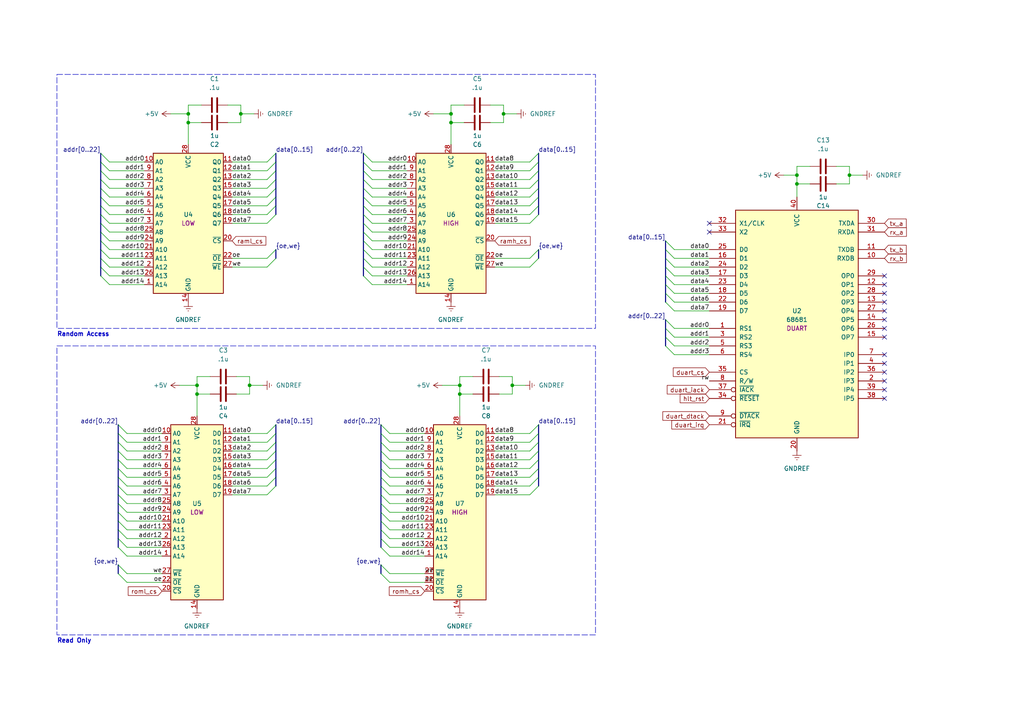
<source format=kicad_sch>
(kicad_sch (version 20230121) (generator eeschema)
  (paper "A4")
  (title_block (title "MEMORY & PERIPHERAL") (date "2024-01-18") (rev "0.1") (company "LeTourneau University") (comment 1 "Richard Homan"))
  (lib_symbols
    (symbol "Device:C" (pin_numbers hide) (pin_names (offset 0.254))
      (property "Reference" "C" (at 0.635 2.54 0))
      (property "Value" "C" (at 0.635 -2.54 0))
      (symbol "C_0_1"
        (polyline (pts (xy -2.032 -0.762) (xy 2.032 -0.762)) (stroke (width 0.508)))
        (polyline (pts (xy -2.032 0.762) (xy 2.032 0.762)) (stroke (width 0.508)))
      )
      (symbol "C_1_1"
        (pin passive line (at 0 3.81 270) (length 2.794) (name "~") (number "1"))
        (pin passive line (at 0 -3.81 90) (length 2.794) (name "~") (number "2"))
      )
    )
    (symbol "Interface:68681" (pin_names (offset 1.016))
      (property "Reference" "U" (at 0 3.81 0))
      (property "Value" "68681" (at 0 -2.54 0))
      (symbol "68681_0_1"
        (rectangle (start -17.78 -31.75) (end 17.78 34.29) (stroke (width 0.254)) (fill (type background)))
      )
      (symbol "68681_1_1"
        (pin input line (at -25.4 0 0) (length 7.62) (name "RS1") (number "1"))
        (pin input line (at 25.4 20.32 180) (length 7.62) (name "RXDB") (number "10"))
        (pin output line (at 25.4 22.86 180) (length 7.62) (name "TXDB") (number "11"))
        (pin output line (at 25.4 12.7 180) (length 7.62) (name "OP1") (number "12"))
        (pin output line (at 25.4 7.62 180) (length 7.62) (name "OP3") (number "13"))
        (pin output line (at 25.4 2.54 180) (length 7.62) (name "OP5") (number "14"))
        (pin output line (at 25.4 -2.54 180) (length 7.62) (name "OP7") (number "15"))
        (pin tri_state line (at -25.4 20.32 0) (length 7.62) (name "D1") (number "16"))
        (pin tri_state line (at -25.4 15.24 0) (length 7.62) (name "D3") (number "17"))
        (pin tri_state line (at -25.4 10.16 0) (length 7.62) (name "D5") (number "18"))
        (pin tri_state line (at -25.4 5.08 0) (length 7.62) (name "D7") (number "19"))
        (pin input line (at 25.4 -15.24 180) (length 7.62) (name "IP3") (number "2"))
        (pin power_in line (at 0 -35.56 90) (length 3.81) (name "GND") (number "20"))
        (pin output inverted (at -25.4 -27.94 0) (length 7.62) (name "~{IRQ}") (number "21"))
        (pin tri_state line (at -25.4 7.62 0) (length 7.62) (name "D6") (number "22"))
        (pin tri_state line (at -25.4 12.7 0) (length 7.62) (name "D4") (number "23"))
        (pin tri_state line (at -25.4 17.78 0) (length 7.62) (name "D2") (number "24"))
        (pin tri_state line (at -25.4 22.86 0) (length 7.62) (name "D0") (number "25"))
        (pin output line (at 25.4 0 180) (length 7.62) (name "OP6") (number "26"))
        (pin output line (at 25.4 5.08 180) (length 7.62) (name "OP4") (number "27"))
        (pin output line (at 25.4 10.16 180) (length 7.62) (name "OP2") (number "28"))
        (pin output line (at 25.4 15.24 180) (length 7.62) (name "OP0") (number "29"))
        (pin input line (at -25.4 -2.54 0) (length 7.62) (name "RS2") (number "3"))
        (pin output line (at 25.4 30.48 180) (length 7.62) (name "TXDA") (number "30"))
        (pin input line (at 25.4 27.94 180) (length 7.62) (name "RXDA") (number "31"))
        (pin input line (at -25.4 30.48 0) (length 7.62) (name "X1/CLK") (number "32"))
        (pin input line (at -25.4 27.94 0) (length 7.62) (name "X2") (number "33"))
        (pin input inverted (at -25.4 -20.32 0) (length 7.62) (name "~{RESET}") (number "34"))
        (pin input line (at -25.4 -12.7 0) (length 7.62) (name "CS") (number "35"))
        (pin input line (at 25.4 -12.7 180) (length 7.62) (name "IP2") (number "36"))
        (pin input inverted (at -25.4 -17.78 0) (length 7.62) (name "~{IACK}") (number "37"))
        (pin input line (at 25.4 -20.32 180) (length 7.62) (name "IP5") (number "38"))
        (pin input line (at 25.4 -17.78 180) (length 7.62) (name "IP4") (number "39"))
        (pin input line (at 25.4 -10.16 180) (length 7.62) (name "IP1") (number "4"))
        (pin power_in line (at 0 38.1 270) (length 3.81) (name "VCC") (number "40"))
        (pin input line (at -25.4 -5.08 0) (length 7.62) (name "RS3") (number "5"))
        (pin input line (at -25.4 -7.62 0) (length 7.62) (name "RS4") (number "6"))
        (pin input line (at 25.4 -7.62 180) (length 7.62) (name "IP0") (number "7"))
        (pin input line (at -25.4 -15.24 0) (length 7.62) (name "R/W") (number "8"))
        (pin open_collector inverted (at -25.4 -25.4 0) (length 7.62) (name "~{DTACK}") (number "9"))
      )
    )
    (symbol "Memory_EEPROM:28C256"
      (property "Reference" "U" (at -7.62 26.67 0))
      (property "Value" "28C256" (at 2.54 -26.67 0))
      (symbol "28C256_1_1"
        (rectangle (start -7.62 25.4) (end 7.62 -25.4) (stroke (width 0.254)) (fill (type background)))
        (pin input line (at -10.16 -12.7 0) (length 2.54) (name "A14") (number "1"))
        (pin input line (at -10.16 22.86 0) (length 2.54) (name "A0") (number "10"))
        (pin tri_state line (at 10.16 22.86 180) (length 2.54) (name "D0") (number "11"))
        (pin tri_state line (at 10.16 20.32 180) (length 2.54) (name "D1") (number "12"))
        (pin tri_state line (at 10.16 17.78 180) (length 2.54) (name "D2") (number "13"))
        (pin power_in line (at 0 -27.94 90) (length 2.54) (name "GND") (number "14"))
        (pin tri_state line (at 10.16 15.24 180) (length 2.54) (name "D3") (number "15"))
        (pin tri_state line (at 10.16 12.7 180) (length 2.54) (name "D4") (number "16"))
        (pin tri_state line (at 10.16 10.16 180) (length 2.54) (name "D5") (number "17"))
        (pin tri_state line (at 10.16 7.62 180) (length 2.54) (name "D6") (number "18"))
        (pin tri_state line (at 10.16 5.08 180) (length 2.54) (name "D7") (number "19"))
        (pin input line (at -10.16 -7.62 0) (length 2.54) (name "A12") (number "2"))
        (pin input line (at -10.16 -22.86 0) (length 2.54) (name "~{CS}") (number "20"))
        (pin input line (at -10.16 -2.54 0) (length 2.54) (name "A10") (number "21"))
        (pin input line (at -10.16 -20.32 0) (length 2.54) (name "~{OE}") (number "22"))
        (pin input line (at -10.16 -5.08 0) (length 2.54) (name "A11") (number "23"))
        (pin input line (at -10.16 0 0) (length 2.54) (name "A9") (number "24"))
        (pin input line (at -10.16 2.54 0) (length 2.54) (name "A8") (number "25"))
        (pin input line (at -10.16 -10.16 0) (length 2.54) (name "A13") (number "26"))
        (pin input line (at -10.16 -17.78 0) (length 2.54) (name "~{WE}") (number "27"))
        (pin power_in line (at 0 27.94 270) (length 2.54) (name "VCC") (number "28"))
        (pin input line (at -10.16 5.08 0) (length 2.54) (name "A7") (number "3"))
        (pin input line (at -10.16 7.62 0) (length 2.54) (name "A6") (number "4"))
        (pin input line (at -10.16 10.16 0) (length 2.54) (name "A5") (number "5"))
        (pin input line (at -10.16 12.7 0) (length 2.54) (name "A4") (number "6"))
        (pin input line (at -10.16 15.24 0) (length 2.54) (name "A3") (number "7"))
        (pin input line (at -10.16 17.78 0) (length 2.54) (name "A2") (number "8"))
        (pin input line (at -10.16 20.32 0) (length 2.54) (name "A1") (number "9"))
      )
    )
    (symbol "Memory_RAM:MCM6206CP"
      (property "Reference" "U" (at -10.16 20.955 0))
      (property "Value" "MCM6206CP" (at 2.54 20.955 0))
      (symbol "MCM6206CP_0_0"
        (pin power_in line (at 0 -22.86 90) (length 2.54) (name "GND") (number "14"))
        (pin power_in line (at 0 22.86 270) (length 2.54) (name "VCC") (number "28"))
      )
      (symbol "MCM6206CP_0_1"
        (rectangle (start -10.16 20.32) (end 10.16 -20.32) (stroke (width 0.254)) (fill (type background)))
      )
      (symbol "MCM6206CP_1_1"
        (pin input line (at -12.7 -17.78 0) (length 2.54) (name "A14") (number "1"))
        (pin input line (at -12.7 17.78 0) (length 2.54) (name "A0") (number "10"))
        (pin tri_state line (at 12.7 17.78 180) (length 2.54) (name "Q0") (number "11"))
        (pin tri_state line (at 12.7 15.24 180) (length 2.54) (name "Q1") (number "12"))
        (pin tri_state line (at 12.7 12.7 180) (length 2.54) (name "Q2") (number "13"))
        (pin tri_state line (at 12.7 10.16 180) (length 2.54) (name "Q3") (number "15"))
        (pin tri_state line (at 12.7 7.62 180) (length 2.54) (name "Q4") (number "16"))
        (pin tri_state line (at 12.7 5.08 180) (length 2.54) (name "Q5") (number "17"))
        (pin tri_state line (at 12.7 2.54 180) (length 2.54) (name "Q6") (number "18"))
        (pin tri_state line (at 12.7 0 180) (length 2.54) (name "Q7") (number "19"))
        (pin input line (at -12.7 -12.7 0) (length 2.54) (name "A12") (number "2"))
        (pin input line (at 12.7 -5.08 180) (length 2.54) (name "~{CS}") (number "20"))
        (pin input line (at -12.7 -7.62 0) (length 2.54) (name "A10") (number "21"))
        (pin input line (at 12.7 -10.16 180) (length 2.54) (name "~{OE}") (number "22"))
        (pin input line (at -12.7 -10.16 0) (length 2.54) (name "A11") (number "23"))
        (pin input line (at -12.7 -5.08 0) (length 2.54) (name "A9") (number "24"))
        (pin input line (at -12.7 -2.54 0) (length 2.54) (name "A8") (number "25"))
        (pin input line (at -12.7 -15.24 0) (length 2.54) (name "A13") (number "26"))
        (pin input line (at 12.7 -12.7 180) (length 2.54) (name "~{WE}") (number "27"))
        (pin input line (at -12.7 0 0) (length 2.54) (name "A7") (number "3"))
        (pin input line (at -12.7 2.54 0) (length 2.54) (name "A6") (number "4"))
        (pin input line (at -12.7 5.08 0) (length 2.54) (name "A5") (number "5"))
        (pin input line (at -12.7 7.62 0) (length 2.54) (name "A4") (number "6"))
        (pin input line (at -12.7 10.16 0) (length 2.54) (name "A3") (number "7"))
        (pin input line (at -12.7 12.7 0) (length 2.54) (name "A2") (number "8"))
        (pin input line (at -12.7 15.24 0) (length 2.54) (name "A1") (number "9"))
      )
    )
    (symbol "power:+5V" (power) (pin_names (offset 0))
      (property "Value" "+5V" (at 0 3.556 0))
      (symbol "+5V_0_1"
        (polyline (pts (xy -0.762 1.27) (xy 0 2.54)))
        (polyline (pts (xy 0 0) (xy 0 2.54)))
        (polyline (pts (xy 0 2.54) (xy 0.762 1.27)))
      )
      (symbol "+5V_1_1"
        (pin power_in line (at 0 0 90) (length 0) hide (name "+5V") (number "1"))
      )
    )
    (symbol "power:GNDREF" (power) (pin_names (offset 0))
      (property "Value" "GNDREF" (at 0 -3.81 0))
      (symbol "GNDREF_0_1"
        (polyline (pts (xy -0.635 -1.905) (xy 0.635 -1.905)))
        (polyline (pts (xy -0.127 -2.54) (xy 0.127 -2.54)))
        (polyline (pts (xy 0 -1.27) (xy 0 0)))
        (polyline (pts (xy 1.27 -1.27) (xy -1.27 -1.27)))
      )
      (symbol "GNDREF_1_1"
        (pin power_in line (at 0 0 270) (length 0) hide (name "GNDREF") (number "1"))
      )
    )
  )
  (bus_alias "a" (members "1" "2"))
  (junction (at 130.81 33.02))
  (junction (at 57.15 111.76))
  (junction (at 148.59 111.76))
  (junction (at 133.35 111.76))
  (junction (at 146.05 33.02))
  (junction (at 231.14 53.34))
  (junction (at 54.61 35.56))
  (junction (at 54.61 33.02))
  (junction (at 130.81 35.56))
  (junction (at 246.38 50.8))
  (junction (at 57.15 114.3))
  (junction (at 133.35 114.3))
  (junction (at 231.14 50.8))
  (junction (at 69.85 33.02))
  (junction (at 72.39 111.76))
  (no_connect (at 256.54 105.41))
  (no_connect (at 256.54 82.55))
  (no_connect (at 256.54 90.17))
  (no_connect (at 256.54 92.71))
  (no_connect (at 256.54 113.03))
  (no_connect (at 256.54 80.01))
  (no_connect (at 256.54 87.63))
  (no_connect (at 205.74 64.77))
  (no_connect (at 205.74 67.31))
  (no_connect (at 256.54 107.95))
  (no_connect (at 256.54 97.79))
  (no_connect (at 256.54 102.87))
  (no_connect (at 256.54 115.57))
  (no_connect (at 256.54 95.25))
  (no_connect (at 256.54 110.49))
  (no_connect (at 256.54 85.09))
  (bus_entry (at 34.29 146.05) (size 2.54 2.54))
  (bus_entry (at 110.49 133.35) (size 2.54 2.54))
  (bus_entry (at 105.41 59.69) (size 2.54 2.54))
  (bus_entry (at 80.01 57.15) (size -2.54 2.54))
  (bus_entry (at 80.01 135.89) (size -2.54 2.54))
  (bus_entry (at 29.21 46.99) (size 2.54 2.54))
  (bus_entry (at 156.21 62.23) (size -2.54 2.54))
  (bus_entry (at 193.04 97.79) (size 2.54 2.54))
  (bus_entry (at 105.41 74.93) (size 2.54 2.54))
  (bus_entry (at 29.21 64.77) (size 2.54 2.54))
  (bus_entry (at 110.49 158.75) (size 2.54 2.54))
  (bus_entry (at 34.29 163.83) (size 2.54 2.54))
  (bus_entry (at 34.29 148.59) (size 2.54 2.54))
  (bus_entry (at 105.41 54.61) (size 2.54 2.54))
  (bus_entry (at 110.49 151.13) (size 2.54 2.54))
  (bus_entry (at 80.01 44.45) (size -2.54 2.54))
  (bus_entry (at 80.01 125.73) (size -2.54 2.54))
  (bus_entry (at 29.21 52.07) (size 2.54 2.54))
  (bus_entry (at 193.04 85.09) (size 2.54 2.54))
  (bus_entry (at 34.29 130.81) (size 2.54 2.54))
  (bus_entry (at 34.29 158.75) (size 2.54 2.54))
  (bus_entry (at 156.21 46.99) (size -2.54 2.54))
  (bus_entry (at 156.21 44.45) (size -2.54 2.54))
  (bus_entry (at 34.29 153.67) (size 2.54 2.54))
  (bus_entry (at 193.04 72.39) (size 2.54 2.54))
  (bus_entry (at 156.21 140.97) (size -2.54 2.54))
  (bus_entry (at 110.49 135.89) (size 2.54 2.54))
  (bus_entry (at 156.21 72.39) (size -2.54 2.54))
  (bus_entry (at 105.41 44.45) (size 2.54 2.54))
  (bus_entry (at 110.49 123.19) (size 2.54 2.54))
  (bus_entry (at 156.21 57.15) (size -2.54 2.54))
  (bus_entry (at 105.41 80.01) (size 2.54 2.54))
  (bus_entry (at 29.21 80.01) (size 2.54 2.54))
  (bus_entry (at 105.41 52.07) (size 2.54 2.54))
  (bus_entry (at 34.29 128.27) (size 2.54 2.54))
  (bus_entry (at 34.29 140.97) (size 2.54 2.54))
  (bus_entry (at 80.01 62.23) (size -2.54 2.54))
  (bus_entry (at 156.21 130.81) (size -2.54 2.54))
  (bus_entry (at 29.21 44.45) (size 2.54 2.54))
  (bus_entry (at 156.21 52.07) (size -2.54 2.54))
  (bus_entry (at 29.21 49.53) (size 2.54 2.54))
  (bus_entry (at 110.49 125.73) (size 2.54 2.54))
  (bus_entry (at 80.01 133.35) (size -2.54 2.54))
  (bus_entry (at 105.41 77.47) (size 2.54 2.54))
  (bus_entry (at 193.04 74.93) (size 2.54 2.54))
  (bus_entry (at 110.49 130.81) (size 2.54 2.54))
  (bus_entry (at 34.29 123.19) (size 2.54 2.54))
  (bus_entry (at 105.41 62.23) (size 2.54 2.54))
  (bus_entry (at 29.21 54.61) (size 2.54 2.54))
  (bus_entry (at 110.49 166.37) (size 2.54 2.54))
  (bus_entry (at 80.01 49.53) (size -2.54 2.54))
  (bus_entry (at 110.49 146.05) (size 2.54 2.54))
  (bus_entry (at 105.41 64.77) (size 2.54 2.54))
  (bus_entry (at 193.04 92.71) (size 2.54 2.54))
  (bus_entry (at 110.49 153.67) (size 2.54 2.54))
  (bus_entry (at 34.29 138.43) (size 2.54 2.54))
  (bus_entry (at 80.01 128.27) (size -2.54 2.54))
  (bus_entry (at 105.41 67.31) (size 2.54 2.54))
  (bus_entry (at 80.01 123.19) (size -2.54 2.54))
  (bus_entry (at 193.04 80.01) (size 2.54 2.54))
  (bus_entry (at 29.21 67.31) (size 2.54 2.54))
  (bus_entry (at 193.04 95.25) (size 2.54 2.54))
  (bus_entry (at 29.21 62.23) (size 2.54 2.54))
  (bus_entry (at 193.04 82.55) (size 2.54 2.54))
  (bus_entry (at 156.21 54.61) (size -2.54 2.54))
  (bus_entry (at 34.29 156.21) (size 2.54 2.54))
  (bus_entry (at 156.21 123.19) (size -2.54 2.54))
  (bus_entry (at 110.49 138.43) (size 2.54 2.54))
  (bus_entry (at 80.01 138.43) (size -2.54 2.54))
  (bus_entry (at 34.29 166.37) (size 2.54 2.54))
  (bus_entry (at 156.21 59.69) (size -2.54 2.54))
  (bus_entry (at 110.49 140.97) (size 2.54 2.54))
  (bus_entry (at 34.29 133.35) (size 2.54 2.54))
  (bus_entry (at 156.21 125.73) (size -2.54 2.54))
  (bus_entry (at 80.01 74.93) (size -2.54 2.54))
  (bus_entry (at 105.41 46.99) (size 2.54 2.54))
  (bus_entry (at 80.01 72.39) (size -2.54 2.54))
  (bus_entry (at 29.21 72.39) (size 2.54 2.54))
  (bus_entry (at 110.49 163.83) (size 2.54 2.54))
  (bus_entry (at 80.01 130.81) (size -2.54 2.54))
  (bus_entry (at 110.49 156.21) (size 2.54 2.54))
  (bus_entry (at 193.04 77.47) (size 2.54 2.54))
  (bus_entry (at 29.21 59.69) (size 2.54 2.54))
  (bus_entry (at 105.41 49.53) (size 2.54 2.54))
  (bus_entry (at 29.21 69.85) (size 2.54 2.54))
  (bus_entry (at 156.21 49.53) (size -2.54 2.54))
  (bus_entry (at 80.01 52.07) (size -2.54 2.54))
  (bus_entry (at 80.01 59.69) (size -2.54 2.54))
  (bus_entry (at 156.21 74.93) (size -2.54 2.54))
  (bus_entry (at 156.21 128.27) (size -2.54 2.54))
  (bus_entry (at 29.21 74.93) (size 2.54 2.54))
  (bus_entry (at 193.04 100.33) (size 2.54 2.54))
  (bus_entry (at 29.21 77.47) (size 2.54 2.54))
  (bus_entry (at 105.41 57.15) (size 2.54 2.54))
  (bus_entry (at 193.04 69.85) (size 2.54 2.54))
  (bus_entry (at 80.01 140.97) (size -2.54 2.54))
  (bus_entry (at 29.21 57.15) (size 2.54 2.54))
  (bus_entry (at 80.01 46.99) (size -2.54 2.54))
  (bus_entry (at 156.21 135.89) (size -2.54 2.54))
  (bus_entry (at 105.41 69.85) (size 2.54 2.54))
  (bus_entry (at 34.29 143.51) (size 2.54 2.54))
  (bus_entry (at 34.29 125.73) (size 2.54 2.54))
  (bus_entry (at 34.29 135.89) (size 2.54 2.54))
  (bus_entry (at 34.29 151.13) (size 2.54 2.54))
  (bus_entry (at 156.21 133.35) (size -2.54 2.54))
  (bus_entry (at 110.49 128.27) (size 2.54 2.54))
  (bus_entry (at 105.41 72.39) (size 2.54 2.54))
  (bus_entry (at 110.49 148.59) (size 2.54 2.54))
  (bus_entry (at 156.21 138.43) (size -2.54 2.54))
  (bus_entry (at 193.04 87.63) (size 2.54 2.54))
  (bus_entry (at 80.01 54.61) (size -2.54 2.54))
  (bus_entry (at 110.49 143.51) (size 2.54 2.54))
  (wire (pts (xy 41.91 49.53) (xy 31.75 49.53)))
  (wire (pts (xy 205.74 80.01) (xy 195.58 80.01)))
  (wire (pts (xy 143.51 143.51) (xy 153.67 143.51)))
  (bus (pts (xy 110.49 128.27) (xy 110.49 130.81)))
  (bus (pts (xy 193.04 92.71) (xy 193.04 95.25)))
  (wire (pts (xy 143.51 125.73) (xy 153.67 125.73)))
  (wire (pts (xy 118.11 49.53) (xy 107.95 49.53)))
  (wire (pts (xy 67.31 130.81) (xy 77.47 130.81)))
  (wire (pts (xy 137.16 114.3) (xy 133.35 114.3)))
  (wire (pts (xy 67.31 135.89) (xy 77.47 135.89)))
  (wire (pts (xy 118.11 69.85) (xy 107.95 69.85)))
  (wire (pts (xy 123.19 138.43) (xy 113.03 138.43)))
  (bus (pts (xy 80.01 133.35) (xy 80.01 135.89)))
  (wire (pts (xy 46.99 138.43) (xy 36.83 138.43)))
  (wire (pts (xy 67.31 143.51) (xy 77.47 143.51)))
  (wire (pts (xy 205.74 97.79) (xy 195.58 97.79)))
  (wire (pts (xy 146.05 30.48) (xy 142.24 30.48)))
  (bus (pts (xy 156.21 46.99) (xy 156.21 49.53)))
  (wire (pts (xy 46.99 161.29) (xy 36.83 161.29)))
  (bus (pts (xy 156.21 128.27) (xy 156.21 130.81)))
  (wire (pts (xy 205.74 100.33) (xy 195.58 100.33)))
  (bus (pts (xy 29.21 46.99) (xy 29.21 49.53)))
  (bus (pts (xy 34.29 148.59) (xy 34.29 151.13)))
  (bus (pts (xy 34.29 140.97) (xy 34.29 143.51)))
  (wire (pts (xy 54.61 35.56) (xy 54.61 41.91)))
  (wire (pts (xy 123.19 146.05) (xy 113.03 146.05)))
  (wire (pts (xy 143.51 74.93) (xy 153.67 74.93)))
  (bus (pts (xy 110.49 140.97) (xy 110.49 143.51)))
  (wire (pts (xy 205.74 102.87) (xy 195.58 102.87)))
  (wire (pts (xy 143.51 130.81) (xy 153.67 130.81)))
  (wire (pts (xy 205.74 74.93) (xy 195.58 74.93)))
  (wire (pts (xy 118.11 46.99) (xy 107.95 46.99)))
  (wire (pts (xy 67.31 57.15) (xy 77.47 57.15)))
  (wire (pts (xy 123.19 125.73) (xy 113.03 125.73)))
  (bus (pts (xy 34.29 135.89) (xy 34.29 138.43)))
  (wire (pts (xy 46.99 128.27) (xy 36.83 128.27)))
  (bus (pts (xy 80.01 52.07) (xy 80.01 54.61)))
  (wire (pts (xy 231.14 50.8) (xy 231.14 53.34)))
  (bus (pts (xy 193.04 72.39) (xy 193.04 74.93)))
  (wire (pts (xy 123.19 151.13) (xy 113.03 151.13)))
  (bus (pts (xy 193.04 82.55) (xy 193.04 85.09)))
  (wire (pts (xy 46.99 146.05) (xy 36.83 146.05)))
  (bus (pts (xy 105.41 72.39) (xy 105.41 74.93)))
  (wire (pts (xy 57.15 111.76) (xy 57.15 109.22)))
  (wire (pts (xy 49.53 33.02) (xy 54.61 33.02)))
  (wire (pts (xy 67.31 133.35) (xy 77.47 133.35)))
  (wire (pts (xy 205.74 95.25) (xy 195.58 95.25)))
  (wire (pts (xy 46.99 153.67) (xy 36.83 153.67)))
  (wire (pts (xy 67.31 52.07) (xy 77.47 52.07)))
  (wire (pts (xy 113.03 168.91) (xy 123.19 168.91)))
  (bus (pts (xy 80.01 128.27) (xy 80.01 130.81)))
  (bus (pts (xy 29.21 67.31) (xy 29.21 69.85)))
  (bus (pts (xy 110.49 151.13) (xy 110.49 153.67)))
  (bus (pts (xy 105.41 49.53) (xy 105.41 52.07)))
  (wire (pts (xy 46.99 135.89) (xy 36.83 135.89)))
  (wire (pts (xy 123.19 153.67) (xy 113.03 153.67)))
  (wire (pts (xy 72.39 109.22) (xy 68.58 109.22)))
  (bus (pts (xy 110.49 138.43) (xy 110.49 140.97)))
  (bus (pts (xy 105.41 77.47) (xy 105.41 80.01)))
  (bus (pts (xy 193.04 74.93) (xy 193.04 77.47)))
  (wire (pts (xy 143.51 46.99) (xy 153.67 46.99)))
  (wire (pts (xy 72.39 114.3) (xy 72.39 111.76)))
  (wire (pts (xy 137.16 109.22) (xy 133.35 109.22)))
  (wire (pts (xy 67.31 125.73) (xy 77.47 125.73)))
  (wire (pts (xy 130.81 33.02) (xy 130.81 30.48)))
  (wire (pts (xy 69.85 30.48) (xy 66.04 30.48)))
  (bus (pts (xy 156.21 135.89) (xy 156.21 138.43)))
  (wire (pts (xy 146.05 33.02) (xy 146.05 30.48)))
  (wire (pts (xy 46.99 158.75) (xy 36.83 158.75)))
  (bus (pts (xy 34.29 153.67) (xy 34.29 156.21)))
  (bus (pts (xy 105.41 64.77) (xy 105.41 67.31)))
  (wire (pts (xy 143.51 135.89) (xy 153.67 135.89)))
  (bus (pts (xy 29.21 77.47) (xy 29.21 80.01)))
  (wire (pts (xy 205.74 77.47) (xy 195.58 77.47)))
  (wire (pts (xy 227.33 50.8) (xy 231.14 50.8)))
  (bus (pts (xy 29.21 44.45) (xy 29.21 46.99)))
  (wire (pts (xy 60.96 109.22) (xy 57.15 109.22)))
  (wire (pts (xy 57.15 114.3) (xy 57.15 120.65)))
  (bus (pts (xy 34.29 156.21) (xy 34.29 158.75)))
  (wire (pts (xy 152.4 111.76) (xy 148.59 111.76)))
  (wire (pts (xy 123.19 130.81) (xy 113.03 130.81)))
  (wire (pts (xy 205.74 82.55) (xy 195.58 82.55)))
  (bus (pts (xy 105.41 67.31) (xy 105.41 69.85)))
  (wire (pts (xy 148.59 111.76) (xy 148.59 109.22)))
  (wire (pts (xy 246.38 50.8) (xy 246.38 48.26)))
  (wire (pts (xy 41.91 46.99) (xy 31.75 46.99)))
  (wire (pts (xy 205.74 72.39) (xy 195.58 72.39)))
  (wire (pts (xy 123.19 140.97) (xy 113.03 140.97)))
  (bus (pts (xy 156.21 44.45) (xy 156.21 46.99)))
  (bus (pts (xy 193.04 95.25) (xy 193.04 97.79)))
  (bus (pts (xy 80.01 123.19) (xy 80.01 125.73)))
  (wire (pts (xy 123.19 148.59) (xy 113.03 148.59)))
  (wire (pts (xy 118.11 64.77) (xy 107.95 64.77)))
  (wire (pts (xy 231.14 53.34) (xy 231.14 57.15)))
  (wire (pts (xy 67.31 128.27) (xy 77.47 128.27)))
  (bus (pts (xy 80.01 130.81) (xy 80.01 133.35)))
  (wire (pts (xy 133.35 111.76) (xy 133.35 114.3)))
  (bus (pts (xy 193.04 80.01) (xy 193.04 82.55)))
  (wire (pts (xy 246.38 53.34) (xy 246.38 50.8)))
  (bus (pts (xy 34.29 125.73) (xy 34.29 128.27)))
  (bus (pts (xy 193.04 69.85) (xy 193.04 72.39)))
  (wire (pts (xy 142.24 35.56) (xy 146.05 35.56)))
  (bus (pts (xy 29.21 62.23) (xy 29.21 64.77)))
  (wire (pts (xy 148.59 109.22) (xy 144.78 109.22)))
  (bus (pts (xy 193.04 97.79) (xy 193.04 100.33)))
  (wire (pts (xy 118.11 57.15) (xy 107.95 57.15)))
  (wire (pts (xy 118.11 62.23) (xy 107.95 62.23)))
  (bus (pts (xy 110.49 135.89) (xy 110.49 138.43)))
  (wire (pts (xy 67.31 77.47) (xy 77.47 77.47)))
  (bus (pts (xy 29.21 69.85) (xy 29.21 72.39)))
  (wire (pts (xy 143.51 133.35) (xy 153.67 133.35)))
  (wire (pts (xy 134.62 35.56) (xy 130.81 35.56)))
  (wire (pts (xy 46.99 148.59) (xy 36.83 148.59)))
  (wire (pts (xy 67.31 46.99) (xy 77.47 46.99)))
  (wire (pts (xy 143.51 77.47) (xy 153.67 77.47)))
  (wire (pts (xy 41.91 59.69) (xy 31.75 59.69)))
  (wire (pts (xy 54.61 30.48) (xy 54.61 33.02)))
  (bus (pts (xy 110.49 123.19) (xy 110.49 125.73)))
  (wire (pts (xy 234.95 53.34) (xy 231.14 53.34)))
  (wire (pts (xy 123.19 135.89) (xy 113.03 135.89)))
  (bus (pts (xy 34.29 130.81) (xy 34.29 133.35)))
  (wire (pts (xy 130.81 33.02) (xy 130.81 35.56)))
  (wire (pts (xy 205.74 87.63) (xy 195.58 87.63)))
  (bus (pts (xy 34.29 133.35) (xy 34.29 135.89)))
  (wire (pts (xy 57.15 111.76) (xy 57.15 114.3)))
  (bus (pts (xy 105.41 69.85) (xy 105.41 72.39)))
  (wire (pts (xy 46.99 125.73) (xy 36.83 125.73)))
  (bus (pts (xy 80.01 59.69) (xy 80.01 62.23)))
  (wire (pts (xy 118.11 59.69) (xy 107.95 59.69)))
  (wire (pts (xy 123.19 158.75) (xy 113.03 158.75)))
  (wire (pts (xy 134.62 30.48) (xy 130.81 30.48)))
  (bus (pts (xy 156.21 138.43) (xy 156.21 140.97)))
  (wire (pts (xy 41.91 52.07) (xy 31.75 52.07)))
  (wire (pts (xy 66.04 35.56) (xy 69.85 35.56)))
  (bus (pts (xy 156.21 52.07) (xy 156.21 54.61)))
  (wire (pts (xy 41.91 80.01) (xy 31.75 80.01)))
  (wire (pts (xy 143.51 138.43) (xy 153.67 138.43)))
  (bus (pts (xy 193.04 77.47) (xy 193.04 80.01)))
  (wire (pts (xy 52.07 111.76) (xy 57.15 111.76)))
  (bus (pts (xy 29.21 57.15) (xy 29.21 59.69)))
  (bus (pts (xy 80.01 125.73) (xy 80.01 128.27)))
  (wire (pts (xy 46.99 140.97) (xy 36.83 140.97)))
  (bus (pts (xy 110.49 146.05) (xy 110.49 148.59)))
  (bus (pts (xy 105.41 44.45) (xy 105.41 46.99)))
  (wire (pts (xy 68.58 114.3) (xy 72.39 114.3)))
  (bus (pts (xy 110.49 133.35) (xy 110.49 135.89)))
  (wire (pts (xy 205.74 85.09) (xy 195.58 85.09)))
  (wire (pts (xy 76.2 111.76) (xy 72.39 111.76)))
  (wire (pts (xy 143.51 64.77) (xy 153.67 64.77)))
  (wire (pts (xy 146.05 35.56) (xy 146.05 33.02)))
  (bus (pts (xy 156.21 125.73) (xy 156.21 128.27)))
  (wire (pts (xy 67.31 54.61) (xy 77.47 54.61)))
  (wire (pts (xy 69.85 33.02) (xy 69.85 35.56)))
  (wire (pts (xy 118.11 80.01) (xy 107.95 80.01)))
  (wire (pts (xy 41.91 74.93) (xy 31.75 74.93)))
  (wire (pts (xy 118.11 72.39) (xy 107.95 72.39)))
  (wire (pts (xy 143.51 57.15) (xy 153.67 57.15)))
  (wire (pts (xy 41.91 64.77) (xy 31.75 64.77)))
  (wire (pts (xy 69.85 33.02) (xy 69.85 30.48)))
  (bus (pts (xy 80.01 49.53) (xy 80.01 52.07)))
  (bus (pts (xy 80.01 44.45) (xy 80.01 46.99)))
  (wire (pts (xy 58.42 30.48) (xy 54.61 30.48)))
  (wire (pts (xy 118.11 67.31) (xy 107.95 67.31)))
  (wire (pts (xy 123.19 156.21) (xy 113.03 156.21)))
  (bus (pts (xy 29.21 52.07) (xy 29.21 54.61)))
  (bus (pts (xy 29.21 64.77) (xy 29.21 67.31)))
  (wire (pts (xy 54.61 33.02) (xy 54.61 35.56)))
  (bus (pts (xy 156.21 49.53) (xy 156.21 52.07)))
  (bus (pts (xy 193.04 85.09) (xy 193.04 87.63)))
  (wire (pts (xy 41.91 69.85) (xy 31.75 69.85)))
  (wire (pts (xy 143.51 140.97) (xy 153.67 140.97)))
  (wire (pts (xy 46.99 143.51) (xy 36.83 143.51)))
  (bus (pts (xy 34.29 143.51) (xy 34.29 146.05)))
  (bus (pts (xy 80.01 46.99) (xy 80.01 49.53)))
  (bus (pts (xy 34.29 146.05) (xy 34.29 148.59)))
  (wire (pts (xy 143.51 52.07) (xy 153.67 52.07)))
  (bus (pts (xy 156.21 133.35) (xy 156.21 135.89)))
  (bus (pts (xy 156.21 72.39) (xy 156.21 74.93)))
  (wire (pts (xy 149.86 33.02) (xy 146.05 33.02)))
  (wire (pts (xy 144.78 114.3) (xy 148.59 114.3)))
  (wire (pts (xy 195.58 90.17) (xy 205.74 90.17)))
  (bus (pts (xy 156.21 123.19) (xy 156.21 125.73)))
  (bus (pts (xy 29.21 49.53) (xy 29.21 52.07)))
  (bus (pts (xy 110.49 143.51) (xy 110.49 146.05)))
  (wire (pts (xy 67.31 62.23) (xy 77.47 62.23)))
  (bus (pts (xy 105.41 59.69) (xy 105.41 62.23)))
  (bus (pts (xy 105.41 62.23) (xy 105.41 64.77)))
  (wire (pts (xy 41.91 72.39) (xy 31.75 72.39)))
  (wire (pts (xy 46.99 151.13) (xy 36.83 151.13)))
  (wire (pts (xy 125.73 33.02) (xy 130.81 33.02)))
  (wire (pts (xy 123.19 161.29) (xy 113.03 161.29)))
  (bus (pts (xy 110.49 163.83) (xy 110.49 166.37)))
  (wire (pts (xy 128.27 111.76) (xy 133.35 111.76)))
  (wire (pts (xy 46.99 130.81) (xy 36.83 130.81)))
  (wire (pts (xy 46.99 156.21) (xy 36.83 156.21)))
  (bus (pts (xy 105.41 54.61) (xy 105.41 57.15)))
  (wire (pts (xy 133.35 114.3) (xy 133.35 120.65)))
  (wire (pts (xy 36.83 168.91) (xy 46.99 168.91)))
  (bus (pts (xy 110.49 153.67) (xy 110.49 156.21)))
  (bus (pts (xy 29.21 59.69) (xy 29.21 62.23)))
  (wire (pts (xy 118.11 54.61) (xy 107.95 54.61)))
  (wire (pts (xy 41.91 57.15) (xy 31.75 57.15)))
  (bus (pts (xy 156.21 57.15) (xy 156.21 59.69)))
  (wire (pts (xy 67.31 49.53) (xy 77.47 49.53)))
  (wire (pts (xy 143.51 59.69) (xy 153.67 59.69)))
  (bus (pts (xy 80.01 54.61) (xy 80.01 57.15)))
  (wire (pts (xy 67.31 74.93) (xy 77.47 74.93)))
  (wire (pts (xy 123.19 128.27) (xy 113.03 128.27)))
  (bus (pts (xy 80.01 72.39) (xy 80.01 74.93)))
  (wire (pts (xy 41.91 82.55) (xy 31.75 82.55)))
  (wire (pts (xy 143.51 49.53) (xy 153.67 49.53)))
  (bus (pts (xy 110.49 156.21) (xy 110.49 158.75)))
  (wire (pts (xy 41.91 62.23) (xy 31.75 62.23)))
  (bus (pts (xy 34.29 128.27) (xy 34.29 130.81)))
  (wire (pts (xy 118.11 74.93) (xy 107.95 74.93)))
  (bus (pts (xy 156.21 59.69) (xy 156.21 62.23)))
  (wire (pts (xy 46.99 133.35) (xy 36.83 133.35)))
  (bus (pts (xy 156.21 130.81) (xy 156.21 133.35)))
  (bus (pts (xy 105.41 57.15) (xy 105.41 59.69)))
  (wire (pts (xy 41.91 67.31) (xy 31.75 67.31)))
  (wire (pts (xy 67.31 140.97) (xy 77.47 140.97)))
  (wire (pts (xy 113.03 166.37) (xy 123.19 166.37)))
  (wire (pts (xy 246.38 48.26) (xy 242.57 48.26)))
  (bus (pts (xy 105.41 74.93) (xy 105.41 77.47)))
  (wire (pts (xy 58.42 35.56) (xy 54.61 35.56)))
  (wire (pts (xy 250.19 50.8) (xy 246.38 50.8)))
  (wire (pts (xy 67.31 59.69) (xy 77.47 59.69)))
  (bus (pts (xy 80.01 57.15) (xy 80.01 59.69)))
  (bus (pts (xy 29.21 74.93) (xy 29.21 77.47)))
  (wire (pts (xy 36.83 166.37) (xy 46.99 166.37)))
  (wire (pts (xy 73.66 33.02) (xy 69.85 33.02)))
  (wire (pts (xy 118.11 82.55) (xy 107.95 82.55)))
  (bus (pts (xy 34.29 123.19) (xy 34.29 125.73)))
  (wire (pts (xy 231.14 48.26) (xy 234.95 48.26)))
  (wire (pts (xy 143.51 54.61) (xy 153.67 54.61)))
  (bus (pts (xy 29.21 54.61) (xy 29.21 57.15)))
  (bus (pts (xy 29.21 72.39) (xy 29.21 74.93)))
  (wire (pts (xy 242.57 53.34) (xy 246.38 53.34)))
  (wire (pts (xy 67.31 138.43) (xy 77.47 138.43)))
  (bus (pts (xy 110.49 130.81) (xy 110.49 133.35)))
  (wire (pts (xy 118.11 77.47) (xy 107.95 77.47)))
  (bus (pts (xy 105.41 46.99) (xy 105.41 49.53)))
  (bus (pts (xy 105.41 52.07) (xy 105.41 54.61)))
  (wire (pts (xy 130.81 35.56) (xy 130.81 41.91)))
  (wire (pts (xy 143.51 128.27) (xy 153.67 128.27)))
  (wire (pts (xy 123.19 133.35) (xy 113.03 133.35)))
  (bus (pts (xy 110.49 125.73) (xy 110.49 128.27)))
  (wire (pts (xy 41.91 77.47) (xy 31.75 77.47)))
  (bus (pts (xy 156.21 54.61) (xy 156.21 57.15)))
  (bus (pts (xy 110.49 148.59) (xy 110.49 151.13)))
  (wire (pts (xy 143.51 62.23) (xy 153.67 62.23)))
  (wire (pts (xy 67.31 64.77) (xy 77.47 64.77)))
  (bus (pts (xy 34.29 138.43) (xy 34.29 140.97)))
  (bus (pts (xy 34.29 151.13) (xy 34.29 153.67)))
  (wire (pts (xy 148.59 114.3) (xy 148.59 111.76)))
  (wire (pts (xy 123.19 143.51) (xy 113.03 143.51)))
  (wire (pts (xy 41.91 54.61) (xy 31.75 54.61)))
  (bus (pts (xy 80.01 135.89) (xy 80.01 138.43)))
  (wire (pts (xy 72.39 111.76) (xy 72.39 109.22)))
  (bus (pts (xy 34.29 163.83) (xy 34.29 166.37)))
  (bus (pts (xy 80.01 138.43) (xy 80.01 140.97)))
  (wire (pts (xy 133.35 111.76) (xy 133.35 109.22)))
  (wire (pts (xy 118.11 52.07) (xy 107.95 52.07)))
  (wire (pts (xy 231.14 50.8) (xy 231.14 48.26)))
  (wire (pts (xy 60.96 114.3) (xy 57.15 114.3)))
  (rectangle (start 16.51 100.33) (end 172.72 184.15) (stroke (width 0) (type dash)))
  (rectangle (start 16.51 21.59) (end 172.72 95.25) (stroke (width 0) (type dash)))
  (text "Read Only" (at 16.51 186.69 0) (effects (font (size 1.27 1.27) (thickness 0.254) bold) (justify left bottom)))
  (text "Random Access" (at 16.51 97.79 0) (effects (font (size 1.27 1.27) (thickness 0.254) bold) (justify left bottom)))
  (label "addr[0..22]" (at 110.49 123.19 180) (property "Netclass" "bus" (effects hide)))
  (label "addr7" (at 41.91 64.77 180))
  (label "{oe,we}" (at 156.21 72.39 0))
  (label "addr3" (at 205.74 102.87 180))
  (label "addr9" (at 41.91 69.85 180))
  (label "addr6" (at 41.91 62.23 180))
  (label "addr11" (at 118.11 74.93 180))
  (label "addr1" (at 123.19 128.27 180))
  (label "addr10" (at 118.11 72.39 180))
  (label "{oe,we}" (at 80.01 72.39 0) (property "Netclass" "bus" (effects hide)))
  (label "data13" (at 143.51 59.69 0))
  (label "data7" (at 67.31 143.51 0))
  (label "addr12" (at 41.91 77.47 180))
  (label "addr3" (at 118.11 54.61 180))
  (label "data5" (at 205.74 85.09 180))
  (label "addr9" (at 123.19 148.59 180))
  (label "data7" (at 67.31 64.77 0))
  (label "data9" (at 143.51 128.27 0))
  (label "data11" (at 143.51 54.61 0))
  (label "addr9" (at 118.11 69.85 180))
  (label "data15" (at 143.51 143.51 0))
  (label "data6" (at 205.74 87.63 180))
  (label "data[0..15]" (at 80.01 44.45 0) (property "Netclass" "bus" (effects hide)))
  (label "addr3" (at 46.99 133.35 180))
  (label "addr0" (at 123.19 125.73 180))
  (label "addr[0..22]" (at 193.04 92.71 180) (property "Netclass" "bus" (effects hide)))
  (label "data6" (at 67.31 140.97 0))
  (label "addr4" (at 41.91 57.15 180))
  (label "data0" (at 205.74 72.39 180))
  (label "addr14" (at 118.11 82.55 180))
  (label "data4" (at 67.31 57.15 0))
  (label "addr7" (at 123.19 143.51 180))
  (label "data3" (at 205.74 80.01 180))
  (label "addr7" (at 46.99 143.51 180))
  (label "{oe,we}" (at 110.49 163.83 180))
  (label "{oe,we}" (at 34.29 163.83 180))
  (label "data13" (at 143.51 138.43 0))
  (label "data1" (at 205.74 74.93 180))
  (label "addr1" (at 41.91 49.53 180))
  (label "we" (at 123.19 166.37 0))
  (label "addr2" (at 41.91 52.07 180))
  (label "data12" (at 143.51 135.89 0))
  (label "data3" (at 67.31 133.35 0))
  (label "data8" (at 143.51 46.99 0))
  (label "data7" (at 205.74 90.17 180))
  (label "oe" (at 123.19 168.91 0))
  (label "addr10" (at 46.99 151.13 180))
  (label "addr13" (at 118.11 80.01 180))
  (label "oe" (at 143.51 74.93 0))
  (label "addr3" (at 41.91 54.61 180))
  (label "addr2" (at 205.74 100.33 180))
  (label "addr14" (at 46.99 161.29 180))
  (label "addr1" (at 205.74 97.79 180))
  (label "addr5" (at 118.11 59.69 180))
  (label "addr5" (at 46.99 138.43 180))
  (label "addr4" (at 123.19 135.89 180))
  (label "addr12" (at 123.19 156.21 180))
  (label "addr10" (at 41.91 72.39 180))
  (label "addr0" (at 41.91 46.99 180))
  (label "addr0" (at 118.11 46.99 180))
  (label "addr10" (at 123.19 151.13 180))
  (label "addr7" (at 118.11 64.77 180))
  (label "addr9" (at 46.99 148.59 180))
  (label "data5" (at 67.31 59.69 0))
  (label "addr8" (at 123.19 146.05 180))
  (label "data4" (at 205.74 82.55 180))
  (label "rw" (at 205.74 110.49 180))
  (label "addr6" (at 123.19 140.97 180))
  (label "oe" (at 46.99 168.91 180))
  (label "addr[0..22]" (at 34.29 123.19 180) (property "Netclass" "bus" (effects hide)))
  (label "addr13" (at 41.91 80.01 180))
  (label "addr0" (at 205.74 95.25 180))
  (label "addr6" (at 46.99 140.97 180))
  (label "data2" (at 67.31 52.07 0))
  (label "addr2" (at 123.19 130.81 180))
  (label "addr8" (at 46.99 146.05 180))
  (label "addr4" (at 118.11 57.15 180))
  (label "addr14" (at 123.19 161.29 180))
  (label "addr12" (at 46.99 156.21 180))
  (label "data12" (at 143.51 57.15 0))
  (label "we" (at 46.99 166.37 180))
  (label "data0" (at 67.31 46.99 0))
  (label "data[0..15]" (at 193.04 69.85 180) (property "Netclass" "bus" (effects hide)))
  (label "addr11" (at 46.99 153.67 180))
  (label "addr8" (at 118.11 67.31 180))
  (label "addr14" (at 41.91 82.55 180))
  (label "data8" (at 143.51 125.73 0))
  (label "we" (at 67.31 77.47 0))
  (label "data9" (at 143.51 49.53 0))
  (label "data[0..15]" (at 156.21 123.19 0) (property "Netclass" "bus" (effects hide)))
  (label "addr8" (at 41.91 67.31 180))
  (label "data1" (at 67.31 128.27 0))
  (label "data14" (at 143.51 140.97 0))
  (label "we" (at 143.51 77.47 0))
  (label "oe" (at 67.31 74.93 0))
  (label "addr[0..22]" (at 105.41 44.45 180) (property "Netclass" "bus" (effects hide)))
  (label "data3" (at 67.31 54.61 0))
  (label "addr1" (at 118.11 49.53 180))
  (label "data14" (at 143.51 62.23 0))
  (label "data15" (at 143.51 64.77 0))
  (label "data2" (at 67.31 130.81 0))
  (label "data2" (at 205.74 77.47 180))
  (label "addr13" (at 46.99 158.75 180))
  (label "addr[0..22]" (at 29.21 44.45 180) (property "Netclass" "bus" (effects hide)))
  (label "data0" (at 67.31 125.73 0))
  (label "addr2" (at 46.99 130.81 180))
  (label "addr11" (at 41.91 74.93 180))
  (label "addr13" (at 123.19 158.75 180))
  (label "data4" (at 67.31 135.89 0))
  (label "addr5" (at 41.91 59.69 180))
  (label "addr0" (at 46.99 125.73 180))
  (label "addr1" (at 46.99 128.27 180))
  (label "data10" (at 143.51 130.81 0))
  (label "data11" (at 143.51 133.35 0))
  (label "addr5" (at 123.19 138.43 180))
  (label "addr6" (at 118.11 62.23 180))
  (label "data5" (at 67.31 138.43 0))
  (label "addr11" (at 123.19 153.67 180))
  (label "addr4" (at 46.99 135.89 180))
  (label "data[0..15]" (at 156.21 44.45 0) (property "Netclass" "bus" (effects hide)))
  (label "data6" (at 67.31 62.23 0))
  (label "addr3" (at 123.19 133.35 180))
  (label "data[0..15]" (at 80.01 123.19 0) (property "Netclass" "bus" (effects hide)))
  (label "data10" (at 143.51 52.07 0))
  (label "addr12" (at 118.11 77.47 180))
  (label "data1" (at 67.31 49.53 0))
  (label "addr2" (at 118.11 52.07 180))
  (global_label "ramh_cs" (shape input) (at 143.51 69.85 0) (property "Intersheetrefs" "${INTERSHEET_REFS}" (effects hide)) (property "Netclass" "signal" (effects hide)))
  (global_label "roml_cs" (shape input) (at 46.99 171.45 180) (property "Intersheetrefs" "${INTERSHEET_REFS}" (effects hide)) (property "Netclass" "signal" (effects hide)))
  (global_label "duart_dtack" (shape input) (at 205.74 120.65 180) (property "Intersheetrefs" "${INTERSHEET_REFS}" (effects hide)) (property "Netclass" "signal" (effects hide)))
  (global_label "rx_a" (shape input) (at 256.54 67.31 0) (property "Intersheetrefs" "${INTERSHEET_REFS}" (effects hide)) (property "Netclass" "signal" (effects hide)))
  (global_label "raml_cs" (shape input) (at 67.31 69.85 0) (property "Intersheetrefs" "${INTERSHEET_REFS}" (effects hide)) (property "Netclass" "signal" (effects hide)))
  (global_label "romh_cs" (shape input) (at 123.19 171.45 180) (property "Intersheetrefs" "${INTERSHEET_REFS}" (effects hide)) (property "Netclass" "signal" (effects hide)))
  (global_label "duart_iack" (shape input) (at 205.74 113.03 180) (property "Intersheetrefs" "${INTERSHEET_REFS}" (effects hide)) (property "Netclass" "signal" (effects hide)))
  (global_label "duart_cs" (shape input) (at 205.74 107.95 180) (property "Intersheetrefs" "${INTERSHEET_REFS}" (effects hide)) (property "Netclass" "signal" (effects hide)))
  (global_label "tx_a" (shape input) (at 256.54 64.77 0) (property "Intersheetrefs" "${INTERSHEET_REFS}" (effects hide)) (property "Netclass" "signal" (effects hide)))
  (global_label "rx_b" (shape input) (at 256.54 74.93 0) (property "Intersheetrefs" "${INTERSHEET_REFS}" (effects hide)) (property "Netclass" "signal" (effects hide)))
  (global_label "tx_b" (shape input) (at 256.54 72.39 0) (property "Intersheetrefs" "${INTERSHEET_REFS}" (effects hide)) (property "Netclass" "signal" (effects hide)))
  (global_label "hlt_rst" (shape input) (at 205.74 115.57 180) (property "Intersheetrefs" "${INTERSHEET_REFS}" (effects hide)))
  (global_label "duart_irq" (shape input) (at 205.74 123.19 180) (property "Intersheetrefs" "${INTERSHEET_REFS}" (effects hide)) (property "Netclass" "signal" (effects hide)))
  (symbol (lib_id "Device:C") (at 64.77 114.3 90) (mirror x) (unit 1)
    (property "Reference" "C4" (at 64.77 120.65 90))
    (property "Value" "1u" (at 64.77 118.11 90))
  )
  (symbol (lib_id "power:GNDREF") (at 54.61 87.63 0) (unit 1)
    (property "Reference" "#PWR05" (effects hide))
    (property "Value" "GNDREF" (at 54.61 92.71 0))
  )
  (symbol (lib_id "Device:C") (at 64.77 109.22 90) (unit 1)
    (property "Reference" "C3" (at 64.77 101.6 90))
    (property "Value" ".1u" (at 64.77 104.14 90))
  )
  (symbol (lib_id "Memory_RAM:MCM6206CP") (at 130.81 64.77 0) (unit 1)
    (property "Reference" "U6" (at 130.81 62.23 0))
    (property "Value" "MCM6206CP" (effects hide))
    (property "Footprint" "Package_DIP:DIP-28_W15.24mm" (effects hide))
    (property "Datasheet" "https://www.futurlec.com/Datasheet/Memory/62256.pdf" (effects hide))
    (property "Role" "HIGH" (at 130.81 64.77 0))
  )
  (symbol (lib_id "power:GNDREF") (at 73.66 33.02 90) (unit 1)
    (property "Reference" "#PWR07" (effects hide))
    (property "Value" "GNDREF" (at 77.47 33.02 90) (effects (justify right)))
  )
  (symbol (lib_id "power:GNDREF") (at 152.4 111.76 90) (unit 1)
    (property "Reference" "#PWR018" (effects hide))
    (property "Value" "GNDREF" (at 156.21 111.76 90) (effects (justify right)))
  )
  (symbol (lib_id "power:GNDREF") (at 57.15 176.53 0) (unit 1)
    (property "Reference" "#PWR06" (effects hide))
    (property "Value" "GNDREF" (at 57.15 181.61 0))
  )
  (symbol (lib_id "Device:C") (at 238.76 48.26 90) (unit 1)
    (property "Reference" "C13" (at 238.76 40.64 90))
    (property "Value" ".1u" (at 238.76 43.18 90))
  )
  (symbol (lib_id "Memory_RAM:MCM6206CP") (at 54.61 64.77 0) (unit 1)
    (property "Reference" "U4" (at 54.61 62.23 0))
    (property "Value" "MCM6206CP" (effects hide))
    (property "Footprint" "Package_DIP:DIP-28_W15.24mm" (effects hide))
    (property "Datasheet" "https://www.futurlec.com/Datasheet/Memory/62256.pdf" (effects hide))
    (property "Role" "LOW" (at 54.61 64.77 0))
  )
  (symbol (lib_id "Device:C") (at 238.76 53.34 90) (mirror x) (unit 1)
    (property "Reference" "C14" (at 238.76 59.69 90))
    (property "Value" "1u" (at 238.76 57.15 90))
  )
  (symbol (lib_id "power:+5V") (at 49.53 33.02 90) (unit 1)
    (property "Reference" "#PWR02" (effects hide))
    (property "Value" "+5V" (at 41.91 33.02 90) (effects (justify right)))
  )
  (symbol (lib_id "power:GNDREF") (at 149.86 33.02 90) (unit 1)
    (property "Reference" "#PWR017" (effects hide))
    (property "Value" "GNDREF" (at 153.67 33.02 90) (effects (justify right)))
  )
  (symbol (lib_id "Device:C") (at 62.23 35.56 90) (mirror x) (unit 1)
    (property "Reference" "C2" (at 62.23 41.91 90))
    (property "Value" "1u" (at 62.23 39.37 90))
  )
  (symbol (lib_id "power:GNDREF") (at 250.19 50.8 90) (unit 1)
    (property "Reference" "#PWR023" (effects hide))
    (property "Value" "GNDREF" (at 254 50.8 90) (effects (justify right)))
  )
  (symbol (lib_id "power:GNDREF") (at 133.35 176.53 0) (unit 1)
    (property "Reference" "#PWR016" (effects hide))
    (property "Value" "GNDREF" (at 133.35 181.61 0))
  )
  (symbol (lib_id "Device:C") (at 140.97 114.3 90) (mirror x) (unit 1)
    (property "Reference" "C8" (at 140.97 120.65 90))
    (property "Value" "1u" (at 140.97 118.11 90))
  )
  (symbol (lib_id "Device:C") (at 140.97 109.22 90) (unit 1)
    (property "Reference" "C7" (at 140.97 101.6 90))
    (property "Value" ".1u" (at 140.97 104.14 90))
  )
  (symbol (lib_id "power:+5V") (at 227.33 50.8 90) (unit 1)
    (property "Reference" "#PWR022" (effects hide))
    (property "Value" "+5V" (at 219.71 50.8 90) (effects (justify right)))
  )
  (symbol (lib_id "Device:C") (at 138.43 35.56 90) (mirror x) (unit 1)
    (property "Reference" "C6" (at 138.43 41.91 90))
    (property "Value" "1u" (at 138.43 39.37 90))
  )
  (symbol (lib_id "Device:C") (at 62.23 30.48 90) (unit 1)
    (property "Reference" "C1" (at 62.23 22.86 90))
    (property "Value" ".1u" (at 62.23 25.4 90))
  )
  (symbol (lib_id "power:+5V") (at 128.27 111.76 90) (unit 1)
    (property "Reference" "#PWR010" (effects hide))
    (property "Value" "+5V" (at 120.65 111.76 90) (effects (justify right)))
  )
  (symbol (lib_id "power:+5V") (at 52.07 111.76 90) (unit 1)
    (property "Reference" "#PWR04" (effects hide))
    (property "Value" "+5V" (at 44.45 111.76 90) (effects (justify right)))
  )
  (symbol (lib_id "Interface:68681") (at 231.14 95.25 0) (unit 1)
    (property "Reference" "U2" (at 231.14 90.17 0))
    (property "Value" "68681" (at 231.14 92.71 0))
    (property "Role" "DUART" (at 231.14 95.25 0))
  )
  (symbol (lib_id "Device:C") (at 138.43 30.48 90) (unit 1)
    (property "Reference" "C5" (at 138.43 22.86 90))
    (property "Value" ".1u" (at 138.43 25.4 90))
  )
  (symbol (lib_id "power:+5V") (at 125.73 33.02 90) (unit 1)
    (property "Reference" "#PWR09" (effects hide))
    (property "Value" "+5V" (at 118.11 33.02 90) (effects (justify right)))
  )
  (symbol (lib_id "Memory_EEPROM:28C256") (at 57.15 148.59 0) (unit 1)
    (property "Reference" "U5" (at 57.15 146.05 0))
    (property "Value" "28C256" (effects hide))
    (property "Datasheet" "http://ww1.microchip.com/downloads/en/DeviceDoc/doc0006.pdf" (effects hide))
    (property "Role" "LOW" (at 57.15 148.59 0))
  )
  (symbol (lib_id "power:GNDREF") (at 231.14 130.81 0) (unit 1)
    (property "Reference" "#PWR037" (effects hide))
    (property "Value" "GNDREF" (at 231.14 135.89 0))
  )
  (symbol (lib_id "Memory_EEPROM:28C256") (at 133.35 148.59 0) (unit 1)
    (property "Reference" "U7" (at 133.35 146.05 0))
    (property "Value" "28C256" (effects hide))
    (property "Datasheet" "http://ww1.microchip.com/downloads/en/DeviceDoc/doc0006.pdf" (effects hide))
    (property "Role" "HIGH" (at 133.35 148.59 0))
  )
  (symbol (lib_id "power:GNDREF") (at 76.2 111.76 90) (unit 1)
    (property "Reference" "#PWR08" (effects hide))
    (property "Value" "GNDREF" (at 80.01 111.76 90) (effects (justify right)))
  )
  (symbol (lib_id "power:GNDREF") (at 130.81 87.63 0) (unit 1)
    (property "Reference" "#PWR015" (effects hide))
    (property "Value" "GNDREF" (at 130.81 92.71 0))
  )
)
</source>
